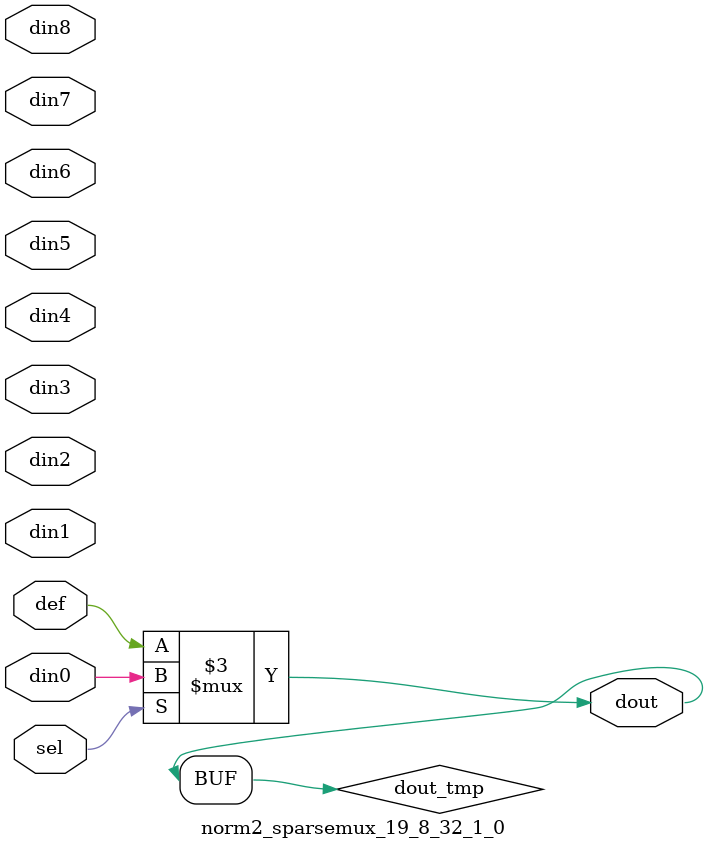
<source format=v>
`timescale 1ns / 1ps

module norm2_sparsemux_19_8_32_1_0 (din0,din1,din2,din3,din4,din5,din6,din7,din8,def,sel,dout);

parameter din0_WIDTH = 1;

parameter din1_WIDTH = 1;

parameter din2_WIDTH = 1;

parameter din3_WIDTH = 1;

parameter din4_WIDTH = 1;

parameter din5_WIDTH = 1;

parameter din6_WIDTH = 1;

parameter din7_WIDTH = 1;

parameter din8_WIDTH = 1;

parameter def_WIDTH = 1;
parameter sel_WIDTH = 1;
parameter dout_WIDTH = 1;

parameter [sel_WIDTH-1:0] CASE0 = 1;

parameter [sel_WIDTH-1:0] CASE1 = 1;

parameter [sel_WIDTH-1:0] CASE2 = 1;

parameter [sel_WIDTH-1:0] CASE3 = 1;

parameter [sel_WIDTH-1:0] CASE4 = 1;

parameter [sel_WIDTH-1:0] CASE5 = 1;

parameter [sel_WIDTH-1:0] CASE6 = 1;

parameter [sel_WIDTH-1:0] CASE7 = 1;

parameter [sel_WIDTH-1:0] CASE8 = 1;

parameter ID = 1;
parameter NUM_STAGE = 1;



input [din0_WIDTH-1:0] din0;

input [din1_WIDTH-1:0] din1;

input [din2_WIDTH-1:0] din2;

input [din3_WIDTH-1:0] din3;

input [din4_WIDTH-1:0] din4;

input [din5_WIDTH-1:0] din5;

input [din6_WIDTH-1:0] din6;

input [din7_WIDTH-1:0] din7;

input [din8_WIDTH-1:0] din8;

input [def_WIDTH-1:0] def;
input [sel_WIDTH-1:0] sel;

output [dout_WIDTH-1:0] dout;



reg [dout_WIDTH-1:0] dout_tmp;


always @ (*) begin
(* parallel_case *) case (sel)
    
    CASE0 : dout_tmp = din0;
    
    CASE1 : dout_tmp = din1;
    
    CASE2 : dout_tmp = din2;
    
    CASE3 : dout_tmp = din3;
    
    CASE4 : dout_tmp = din4;
    
    CASE5 : dout_tmp = din5;
    
    CASE6 : dout_tmp = din6;
    
    CASE7 : dout_tmp = din7;
    
    CASE8 : dout_tmp = din8;
    
    default : dout_tmp = def;
endcase
end


assign dout = dout_tmp;



endmodule

</source>
